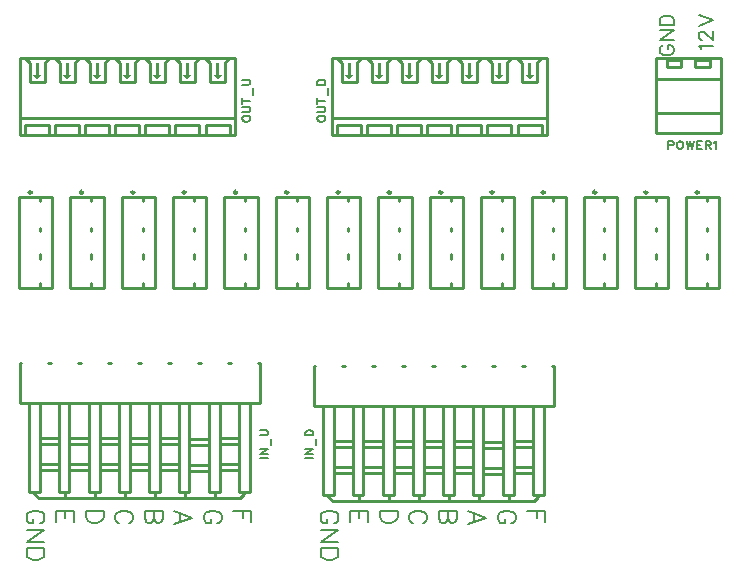
<source format=gto>
G04 Layer: TopSilkscreenLayer*
G04 EasyEDA Pro v2.2.35.2, 2025-01-23 15:21:27*
G04 Gerber Generator version 0.3*
G04 Scale: 100 percent, Rotated: No, Reflected: No*
G04 Dimensions in millimeters*
G04 Leading zeros omitted, absolute positions, 4 integers and 5 decimals*
%FSLAX45Y45*%
%MOMM*%
%ADD10C,0.1524*%
%ADD11C,0.203*%
%ADD12C,0.254*%
G75*


G04 Text Start*
G54D10*
G01X2013966Y-75438D02*
G01X2017014Y-81534D01*
G01X2023110Y-87884D01*
G01X2029460Y-90932D01*
G01X2038604Y-93980D01*
G01X2054098Y-93980D01*
G01X2063496Y-90932D01*
G01X2069592Y-87884D01*
G01X2075942Y-81534D01*
G01X2078990Y-75438D01*
G01X2078990Y-62992D01*
G01X2075942Y-56896D01*
G01X2069592Y-50546D01*
G01X2063496Y-47498D01*
G01X2054098Y-44450D01*
G01X2038604Y-44450D01*
G01X2029460Y-47498D01*
G01X2023110Y-50546D01*
G01X2017014Y-56896D01*
G01X2013966Y-62992D01*
G01X2013966Y-75438D01*
G01X2013966Y-14224D02*
G01X2060448Y-14224D01*
G01X2069592Y-11176D01*
G01X2075942Y-5080D01*
G01X2078990Y4318D01*
G01X2078990Y10414D01*
G01X2075942Y19812D01*
G01X2069592Y25908D01*
G01X2060448Y28956D01*
G01X2013966Y28956D01*
G01X2013966Y80772D02*
G01X2078990Y80772D01*
G01X2013966Y59182D02*
G01X2013966Y102362D01*
G01X2100580Y132588D02*
G01X2100580Y188214D01*
G01X2013966Y218440D02*
G01X2060448Y218440D01*
G01X2069592Y221488D01*
G01X2075942Y227584D01*
G01X2078990Y236982D01*
G01X2078990Y243078D01*
G01X2075942Y252476D01*
G01X2069592Y258572D01*
G01X2060448Y261620D01*
G01X2013966Y261620D01*
G01X2648966Y-75438D02*
G01X2652014Y-81534D01*
G01X2658110Y-87884D01*
G01X2664460Y-90932D01*
G01X2673604Y-93980D01*
G01X2689098Y-93980D01*
G01X2698496Y-90932D01*
G01X2704592Y-87884D01*
G01X2710942Y-81534D01*
G01X2713990Y-75438D01*
G01X2713990Y-62992D01*
G01X2710942Y-56896D01*
G01X2704592Y-50546D01*
G01X2698496Y-47498D01*
G01X2689098Y-44450D01*
G01X2673604Y-44450D01*
G01X2664460Y-47498D01*
G01X2658110Y-50546D01*
G01X2652014Y-56896D01*
G01X2648966Y-62992D01*
G01X2648966Y-75438D01*
G01X2648966Y-14224D02*
G01X2695448Y-14224D01*
G01X2704592Y-11176D01*
G01X2710942Y-5080D01*
G01X2713990Y4318D01*
G01X2713990Y10414D01*
G01X2710942Y19812D01*
G01X2704592Y25908D01*
G01X2695448Y28956D01*
G01X2648966Y28956D01*
G01X2648966Y80772D02*
G01X2713990Y80772D01*
G01X2648966Y59182D02*
G01X2648966Y102362D01*
G01X2735580Y132588D02*
G01X2735580Y188214D01*
G01X2648966Y218440D02*
G01X2713990Y218440D01*
G01X2648966Y218440D02*
G01X2648966Y240030D01*
G01X2652014Y249174D01*
G01X2658110Y255524D01*
G01X2664460Y258572D01*
G01X2673604Y261620D01*
G01X2689098Y261620D01*
G01X2698496Y258572D01*
G01X2704592Y255524D01*
G01X2710942Y249174D01*
G01X2713990Y240030D01*
G01X2713990Y218440D01*
G01X2166366Y-2938780D02*
G01X2231390Y-2938780D01*
G01X2166366Y-2908554D02*
G01X2231390Y-2908554D01*
G01X2166366Y-2908554D02*
G01X2231390Y-2865374D01*
G01X2166366Y-2865374D02*
G01X2231390Y-2865374D01*
G01X2252980Y-2835148D02*
G01X2252980Y-2779522D01*
G01X2166366Y-2749296D02*
G01X2212848Y-2749296D01*
G01X2221992Y-2746248D01*
G01X2228342Y-2740152D01*
G01X2231390Y-2730754D01*
G01X2231390Y-2724658D01*
G01X2228342Y-2715260D01*
G01X2221992Y-2709164D01*
G01X2212848Y-2706116D01*
G01X2166366Y-2706116D01*
G01X2547366Y-2938780D02*
G01X2612390Y-2938780D01*
G01X2547366Y-2908554D02*
G01X2612390Y-2908554D01*
G01X2547366Y-2908554D02*
G01X2612390Y-2865374D01*
G01X2547366Y-2865374D02*
G01X2612390Y-2865374D01*
G01X2633980Y-2835148D02*
G01X2633980Y-2779522D01*
G01X2547366Y-2749296D02*
G01X2612390Y-2749296D01*
G01X2547366Y-2749296D02*
G01X2547366Y-2727706D01*
G01X2550414Y-2718562D01*
G01X2556510Y-2712212D01*
G01X2562860Y-2709164D01*
G01X2572004Y-2706116D01*
G01X2587498Y-2706116D01*
G01X2596896Y-2709164D01*
G01X2602992Y-2712212D01*
G01X2609342Y-2718562D01*
G01X2612390Y-2727706D01*
G01X2612390Y-2749296D01*
G01X5621020Y-261366D02*
G01X5621020Y-326390D01*
G01X5621020Y-261366D02*
G01X5648960Y-261366D01*
G01X5658104Y-264414D01*
G01X5661152Y-267462D01*
G01X5664454Y-273812D01*
G01X5664454Y-282956D01*
G01X5661152Y-289052D01*
G01X5658104Y-292354D01*
G01X5648960Y-295402D01*
G01X5621020Y-295402D01*
G01X5713222Y-261366D02*
G01X5706872Y-264414D01*
G01X5700776Y-270510D01*
G01X5697728Y-276860D01*
G01X5694680Y-286004D01*
G01X5694680Y-301498D01*
G01X5697728Y-310896D01*
G01X5700776Y-316992D01*
G01X5706872Y-323342D01*
G01X5713222Y-326390D01*
G01X5725414Y-326390D01*
G01X5731764Y-323342D01*
G01X5737860Y-316992D01*
G01X5740908Y-310896D01*
G01X5744210Y-301498D01*
G01X5744210Y-286004D01*
G01X5740908Y-276860D01*
G01X5737860Y-270510D01*
G01X5731764Y-264414D01*
G01X5725414Y-261366D01*
G01X5713222Y-261366D01*
G01X5774436Y-261366D02*
G01X5789676Y-326390D01*
G01X5805170Y-261366D02*
G01X5789676Y-326390D01*
G01X5805170Y-261366D02*
G01X5820664Y-326390D01*
G01X5836158Y-261366D02*
G01X5820664Y-326390D01*
G01X5866384Y-261366D02*
G01X5866384Y-326390D01*
G01X5866384Y-261366D02*
G01X5906516Y-261366D01*
G01X5866384Y-292354D02*
G01X5891022Y-292354D01*
G01X5866384Y-326390D02*
G01X5906516Y-326390D01*
G01X5936742Y-261366D02*
G01X5936742Y-326390D01*
G01X5936742Y-261366D02*
G01X5964428Y-261366D01*
G01X5973826Y-264414D01*
G01X5976874Y-267462D01*
G01X5979922Y-273812D01*
G01X5979922Y-279908D01*
G01X5976874Y-286004D01*
G01X5973826Y-289052D01*
G01X5964428Y-292354D01*
G01X5936742Y-292354D01*
G01X5958332Y-292354D02*
G01X5979922Y-326390D01*
G01X6010148Y-273812D02*
G01X6016244Y-270510D01*
G01X6025388Y-261366D01*
G01X6025388Y-326390D01*
G54D11*
G01X2088074Y-3388360D02*
G01X1937452Y-3388360D01*
G01X2088074Y-3388360D02*
G01X2088074Y-3481578D01*
G01X2016446Y-3388360D02*
G01X2016446Y-3445764D01*
G01X1802324Y-3496056D02*
G01X1816548Y-3488944D01*
G01X1831026Y-3474466D01*
G01X1838138Y-3460242D01*
G01X1838138Y-3431540D01*
G01X1831026Y-3417062D01*
G01X1816548Y-3402584D01*
G01X1802324Y-3395472D01*
G01X1780734Y-3388360D01*
G01X1744920Y-3388360D01*
G01X1723330Y-3395472D01*
G01X1708852Y-3402584D01*
G01X1694628Y-3417062D01*
G01X1687516Y-3431540D01*
G01X1687516Y-3460242D01*
G01X1694628Y-3474466D01*
G01X1708852Y-3488944D01*
G01X1723330Y-3496056D01*
G01X1744920Y-3496056D01*
G01X1744920Y-3460242D02*
G01X1744920Y-3496056D01*
G01X1588202Y-3445764D02*
G01X1437326Y-3388360D01*
G01X1588202Y-3445764D02*
G01X1437326Y-3503168D01*
G01X1487618Y-3409950D02*
G01X1487618Y-3481578D01*
G01X1338012Y-3388360D02*
G01X1187390Y-3388360D01*
G01X1338012Y-3388360D02*
G01X1338012Y-3452876D01*
G01X1330900Y-3474466D01*
G01X1323788Y-3481578D01*
G01X1309310Y-3488944D01*
G01X1295086Y-3488944D01*
G01X1280608Y-3481578D01*
G01X1273496Y-3474466D01*
G01X1266384Y-3452876D01*
G01X1266384Y-3388360D02*
G01X1266384Y-3452876D01*
G01X1259272Y-3474466D01*
G01X1251906Y-3481578D01*
G01X1237682Y-3488944D01*
G01X1216092Y-3488944D01*
G01X1201868Y-3481578D01*
G01X1194502Y-3474466D01*
G01X1187390Y-3452876D01*
G01X1187390Y-3388360D01*
G01X1052262Y-3496056D02*
G01X1066486Y-3488944D01*
G01X1080964Y-3474466D01*
G01X1088076Y-3460242D01*
G01X1088076Y-3431540D01*
G01X1080964Y-3417062D01*
G01X1066486Y-3402584D01*
G01X1052262Y-3395472D01*
G01X1030672Y-3388360D01*
G01X994858Y-3388360D01*
G01X973268Y-3395472D01*
G01X959044Y-3402584D01*
G01X944566Y-3417062D01*
G01X937454Y-3431540D01*
G01X937454Y-3460242D01*
G01X944566Y-3474466D01*
G01X959044Y-3488944D01*
G01X973268Y-3496056D01*
G01X838140Y-3388360D02*
G01X687518Y-3388360D01*
G01X838140Y-3388360D02*
G01X838140Y-3438652D01*
G01X831028Y-3460242D01*
G01X816550Y-3474466D01*
G01X802326Y-3481578D01*
G01X780736Y-3488944D01*
G01X744922Y-3488944D01*
G01X723332Y-3481578D01*
G01X708854Y-3474466D01*
G01X694630Y-3460242D01*
G01X687518Y-3438652D01*
G01X687518Y-3388360D01*
G01X588204Y-3388360D02*
G01X437328Y-3388360D01*
G01X588204Y-3388360D02*
G01X588204Y-3481578D01*
G01X516322Y-3388360D02*
G01X516322Y-3445764D01*
G01X437328Y-3388360D02*
G01X437328Y-3481578D01*
G01X302200Y-3496056D02*
G01X316678Y-3488944D01*
G01X330902Y-3474466D01*
G01X338014Y-3460242D01*
G01X338014Y-3431540D01*
G01X330902Y-3417062D01*
G01X316678Y-3402584D01*
G01X302200Y-3395472D01*
G01X280610Y-3388360D01*
G01X244796Y-3388360D01*
G01X223206Y-3395472D01*
G01X208982Y-3402584D01*
G01X194504Y-3417062D01*
G01X187392Y-3431540D01*
G01X187392Y-3460242D01*
G01X194504Y-3474466D01*
G01X208982Y-3488944D01*
G01X223206Y-3496056D01*
G01X244796Y-3496056D01*
G01X244796Y-3460242D02*
G01X244796Y-3496056D01*
G01X338014Y-3550920D02*
G01X187392Y-3550920D01*
G01X338014Y-3550920D02*
G01X187392Y-3651250D01*
G01X338014Y-3651250D02*
G01X187392Y-3651250D01*
G01X338014Y-3706114D02*
G01X187392Y-3706114D01*
G01X338014Y-3706114D02*
G01X338014Y-3756152D01*
G01X330902Y-3777742D01*
G01X316678Y-3792220D01*
G01X302200Y-3799332D01*
G01X280610Y-3806444D01*
G01X244796Y-3806444D01*
G01X223206Y-3799332D01*
G01X208982Y-3792220D01*
G01X194504Y-3777742D01*
G01X187392Y-3756152D01*
G01X187392Y-3706114D01*
G01X4577274Y-3388360D02*
G01X4426652Y-3388360D01*
G01X4577274Y-3388360D02*
G01X4577274Y-3481578D01*
G01X4505646Y-3388360D02*
G01X4505646Y-3445764D01*
G01X4291524Y-3496056D02*
G01X4305748Y-3488944D01*
G01X4320226Y-3474466D01*
G01X4327338Y-3460242D01*
G01X4327338Y-3431540D01*
G01X4320226Y-3417062D01*
G01X4305748Y-3402584D01*
G01X4291524Y-3395472D01*
G01X4269934Y-3388360D01*
G01X4234120Y-3388360D01*
G01X4212530Y-3395472D01*
G01X4198052Y-3402584D01*
G01X4183828Y-3417062D01*
G01X4176716Y-3431540D01*
G01X4176716Y-3460242D01*
G01X4183828Y-3474466D01*
G01X4198052Y-3488944D01*
G01X4212530Y-3496056D01*
G01X4234120Y-3496056D01*
G01X4234120Y-3460242D02*
G01X4234120Y-3496056D01*
G01X4077402Y-3445764D02*
G01X3926526Y-3388360D01*
G01X4077402Y-3445764D02*
G01X3926526Y-3503168D01*
G01X3976818Y-3409950D02*
G01X3976818Y-3481578D01*
G01X3827212Y-3388360D02*
G01X3676590Y-3388360D01*
G01X3827212Y-3388360D02*
G01X3827212Y-3452876D01*
G01X3820100Y-3474466D01*
G01X3812988Y-3481578D01*
G01X3798510Y-3488944D01*
G01X3784286Y-3488944D01*
G01X3769808Y-3481578D01*
G01X3762696Y-3474466D01*
G01X3755584Y-3452876D01*
G01X3755584Y-3388360D02*
G01X3755584Y-3452876D01*
G01X3748472Y-3474466D01*
G01X3741106Y-3481578D01*
G01X3726882Y-3488944D01*
G01X3705292Y-3488944D01*
G01X3691068Y-3481578D01*
G01X3683702Y-3474466D01*
G01X3676590Y-3452876D01*
G01X3676590Y-3388360D01*
G01X3541462Y-3496056D02*
G01X3555686Y-3488944D01*
G01X3570164Y-3474466D01*
G01X3577276Y-3460242D01*
G01X3577276Y-3431540D01*
G01X3570164Y-3417062D01*
G01X3555686Y-3402584D01*
G01X3541462Y-3395472D01*
G01X3519872Y-3388360D01*
G01X3484058Y-3388360D01*
G01X3462468Y-3395472D01*
G01X3448244Y-3402584D01*
G01X3433766Y-3417062D01*
G01X3426654Y-3431540D01*
G01X3426654Y-3460242D01*
G01X3433766Y-3474466D01*
G01X3448244Y-3488944D01*
G01X3462468Y-3496056D01*
G01X3327340Y-3388360D02*
G01X3176718Y-3388360D01*
G01X3327340Y-3388360D02*
G01X3327340Y-3438652D01*
G01X3320228Y-3460242D01*
G01X3305750Y-3474466D01*
G01X3291526Y-3481578D01*
G01X3269936Y-3488944D01*
G01X3234122Y-3488944D01*
G01X3212532Y-3481578D01*
G01X3198054Y-3474466D01*
G01X3183830Y-3460242D01*
G01X3176718Y-3438652D01*
G01X3176718Y-3388360D01*
G01X3077404Y-3388360D02*
G01X2926528Y-3388360D01*
G01X3077404Y-3388360D02*
G01X3077404Y-3481578D01*
G01X3005522Y-3388360D02*
G01X3005522Y-3445764D01*
G01X2926528Y-3388360D02*
G01X2926528Y-3481578D01*
G01X2791400Y-3496056D02*
G01X2805878Y-3488944D01*
G01X2820102Y-3474466D01*
G01X2827214Y-3460242D01*
G01X2827214Y-3431540D01*
G01X2820102Y-3417062D01*
G01X2805878Y-3402584D01*
G01X2791400Y-3395472D01*
G01X2769810Y-3388360D01*
G01X2733996Y-3388360D01*
G01X2712406Y-3395472D01*
G01X2698182Y-3402584D01*
G01X2683704Y-3417062D01*
G01X2676592Y-3431540D01*
G01X2676592Y-3460242D01*
G01X2683704Y-3474466D01*
G01X2698182Y-3488944D01*
G01X2712406Y-3496056D01*
G01X2733996Y-3496056D01*
G01X2733996Y-3460242D02*
G01X2733996Y-3496056D01*
G01X2827214Y-3550920D02*
G01X2676592Y-3550920D01*
G01X2827214Y-3550920D02*
G01X2676592Y-3651250D01*
G01X2827214Y-3651250D02*
G01X2676592Y-3651250D01*
G01X2827214Y-3706114D02*
G01X2676592Y-3706114D01*
G01X2827214Y-3706114D02*
G01X2827214Y-3756152D01*
G01X2820102Y-3777742D01*
G01X2805878Y-3792220D01*
G01X2791400Y-3799332D01*
G01X2769810Y-3806444D01*
G01X2733996Y-3806444D01*
G01X2712406Y-3799332D01*
G01X2698182Y-3792220D01*
G01X2683704Y-3777742D01*
G01X2676592Y-3756152D01*
G01X2676592Y-3706114D01*
G01X5575808Y551688D02*
G01X5564378Y545846D01*
G01X5553202Y534670D01*
G01X5547614Y523494D01*
G01X5547614Y501142D01*
G01X5553202Y489712D01*
G01X5564378Y478536D01*
G01X5575808Y472948D01*
G01X5592572Y467360D01*
G01X5620512Y467360D01*
G01X5637530Y472948D01*
G01X5648706Y478536D01*
G01X5659882Y489712D01*
G01X5665470Y501142D01*
G01X5665470Y523494D01*
G01X5659882Y534670D01*
G01X5648706Y545846D01*
G01X5637530Y551688D01*
G01X5620512Y551688D01*
G01X5620512Y523494D02*
G01X5620512Y551688D01*
G01X5547614Y598932D02*
G01X5665470Y598932D01*
G01X5547614Y598932D02*
G01X5665470Y677672D01*
G01X5547614Y677672D02*
G01X5665470Y677672D01*
G01X5547614Y724916D02*
G01X5665470Y724916D01*
G01X5547614Y724916D02*
G01X5547614Y764286D01*
G01X5553202Y781050D01*
G01X5564378Y792226D01*
G01X5575808Y797814D01*
G01X5592572Y803656D01*
G01X5620512Y803656D01*
G01X5637530Y797814D01*
G01X5648706Y792226D01*
G01X5659882Y781050D01*
G01X5665470Y764286D01*
G01X5665470Y724916D01*
G01X5900166Y518160D02*
G01X5894578Y529336D01*
G01X5877814Y546354D01*
G01X5995670Y546354D01*
G01X5906008Y599186D02*
G01X5900166Y599186D01*
G01X5888990Y604774D01*
G01X5883402Y610362D01*
G01X5877814Y621792D01*
G01X5877814Y644144D01*
G01X5883402Y655320D01*
G01X5888990Y660908D01*
G01X5900166Y666496D01*
G01X5911596Y666496D01*
G01X5922772Y660908D01*
G01X5939536Y649732D01*
G01X5995670Y593598D01*
G01X5995670Y672338D01*
G01X5877814Y719582D02*
G01X5995670Y764540D01*
G01X5877814Y809498D02*
G01X5995670Y764540D01*
G04 Text End*

G04 PolygonModel Start*
G54D12*
G01X2038407Y-1456797D02*
G01X2038407Y-1501600D01*
G01X2038407Y-1215497D02*
G01X2038407Y-1258463D01*
G01X2038407Y-991489D02*
G01X2038407Y-1017163D01*
G01X2038407Y-739600D02*
G01X2038407Y-763651D01*
G01X1604006Y-1456797D02*
G01X1604006Y-1501600D01*
G01X1604006Y-1215497D02*
G01X1604006Y-1258463D01*
G01X1604006Y-991489D02*
G01X1604006Y-1017163D01*
G01X1604006Y-739600D02*
G01X1604006Y-763651D01*
G01X1169605Y-1456797D02*
G01X1169605Y-1501600D01*
G01X1169605Y-1215497D02*
G01X1169605Y-1258463D01*
G01X1169605Y-991489D02*
G01X1169605Y-1017163D01*
G01X1169605Y-739600D02*
G01X1169605Y-763651D01*
G01X735205Y-1456797D02*
G01X735205Y-1501600D01*
G01X735205Y-1215497D02*
G01X735205Y-1258463D01*
G01X735205Y-991489D02*
G01X735205Y-1017163D01*
G01X735205Y-739600D02*
G01X735205Y-763651D01*
G01X300804Y-1456797D02*
G01X300804Y-1501600D01*
G01X300804Y-1215497D02*
G01X300804Y-1258463D01*
G01X300804Y-991489D02*
G01X300804Y-1017163D01*
G01X300804Y-739600D02*
G01X300804Y-763651D01*
G01X2907209Y-1456797D02*
G01X2907209Y-1501600D01*
G01X2907209Y-1215497D02*
G01X2907209Y-1258463D01*
G01X2907209Y-991489D02*
G01X2907209Y-1017163D01*
G01X2907209Y-739600D02*
G01X2907209Y-763651D01*
G01X2472808Y-1456797D02*
G01X2472808Y-1501600D01*
G01X2472808Y-1215497D02*
G01X2472808Y-1258463D01*
G01X2472808Y-991489D02*
G01X2472808Y-1017163D01*
G01X2472808Y-739600D02*
G01X2472808Y-763651D01*
G01X5079214Y-1456797D02*
G01X5079214Y-1501600D01*
G01X5079214Y-1215497D02*
G01X5079214Y-1258463D01*
G01X5079214Y-991489D02*
G01X5079214Y-1017163D01*
G01X5079214Y-739600D02*
G01X5079214Y-763651D01*
G01X4644813Y-1456797D02*
G01X4644813Y-1501600D01*
G01X4644813Y-1215497D02*
G01X4644813Y-1258463D01*
G01X4644813Y-991489D02*
G01X4644813Y-1017163D01*
G01X4644813Y-739600D02*
G01X4644813Y-763651D01*
G01X4210412Y-1456797D02*
G01X4210412Y-1501600D01*
G01X4210412Y-1215497D02*
G01X4210412Y-1258463D01*
G01X4210412Y-991489D02*
G01X4210412Y-1017163D01*
G01X4210412Y-739600D02*
G01X4210412Y-763651D01*
G01X3776011Y-1456797D02*
G01X3776011Y-1501600D01*
G01X3776011Y-1215497D02*
G01X3776011Y-1258463D01*
G01X3776011Y-991489D02*
G01X3776011Y-1017163D01*
G01X3776011Y-739600D02*
G01X3776011Y-763651D01*
G01X3341610Y-1456797D02*
G01X3341610Y-1501600D01*
G01X3341610Y-1215497D02*
G01X3341610Y-1258463D01*
G01X3341610Y-991489D02*
G01X3341610Y-1017163D01*
G01X3341610Y-739600D02*
G01X3341610Y-763651D01*
G01X5948016Y-1456797D02*
G01X5948016Y-1501600D01*
G01X5948016Y-1215497D02*
G01X5948016Y-1258463D01*
G01X5948016Y-991489D02*
G01X5948016Y-1017163D01*
G01X5948016Y-739600D02*
G01X5948016Y-763651D01*
G01X5513615Y-1456797D02*
G01X5513615Y-1501600D01*
G01X5513615Y-1215497D02*
G01X5513615Y-1258463D01*
G01X5513615Y-991489D02*
G01X5513615Y-1017163D01*
G01X5513615Y-739600D02*
G01X5513615Y-763651D01*
G01X127401Y-208397D02*
G01X127401Y441597D01*
G01X127401Y441597D02*
G01X1955404Y441597D01*
G01X1955404Y-61150D02*
G01X127401Y-61150D01*
G01X127401Y-208397D02*
G01X1955404Y-208397D01*
G01X377261Y441597D02*
G01X341958Y406547D01*
G01X341958Y406547D02*
G01X341958Y241447D01*
G01X341958Y241447D02*
G01X214958Y241447D01*
G01X214958Y241447D02*
G01X214958Y406547D01*
G01X214958Y406547D02*
G01X176350Y441597D01*
G01X628439Y441597D02*
G01X593136Y406547D01*
G01X593136Y406547D02*
G01X593136Y241447D01*
G01X593136Y241447D02*
G01X466136Y241447D01*
G01X466136Y241447D02*
G01X466136Y406547D01*
G01X466136Y406547D02*
G01X427528Y441597D01*
G01X883288Y441597D02*
G01X847979Y406547D01*
G01X847979Y406547D02*
G01X847979Y241447D01*
G01X847979Y241447D02*
G01X720979Y241447D01*
G01X720979Y241447D02*
G01X720979Y406547D01*
G01X720979Y406547D02*
G01X682371Y441597D01*
G01X1138560Y441597D02*
G01X1103252Y406547D01*
G01X1103252Y406547D02*
G01X1103252Y241447D01*
G01X1103252Y241447D02*
G01X976252Y241447D01*
G01X976252Y241447D02*
G01X976252Y406547D01*
G01X976252Y406547D02*
G01X937641Y441597D01*
G01X1392560Y441597D02*
G01X1357252Y406547D01*
G01X1357252Y406547D02*
G01X1357252Y241447D01*
G01X1357252Y241447D02*
G01X1230252Y241447D01*
G01X1230252Y241447D02*
G01X1230252Y406547D01*
G01X1230252Y406547D02*
G01X1191641Y441597D01*
G01X1647553Y441597D02*
G01X1612242Y406547D01*
G01X1612242Y406547D02*
G01X1612242Y241447D01*
G01X1612242Y241447D02*
G01X1485242Y241447D01*
G01X1485242Y241447D02*
G01X1485242Y406547D01*
G01X1485242Y406547D02*
G01X1446634Y441597D01*
G01X1902097Y441597D02*
G01X1866900Y406397D01*
G01X1866900Y406397D02*
G01X1866900Y241297D01*
G01X1866900Y241297D02*
G01X1739900Y241297D01*
G01X1739900Y241297D02*
G01X1739900Y406397D01*
G01X1739900Y406397D02*
G01X1701416Y441597D01*
G01X1955404Y-208397D02*
G01X1955404Y441597D01*
G01X634721Y-208397D02*
G01X634721Y-122400D01*
G01X634721Y-122400D02*
G01X431328Y-122400D01*
G01X431328Y-122400D02*
G01X431328Y-208397D01*
G01X380721Y-208397D02*
G01X380721Y-122400D01*
G01X380721Y-122400D02*
G01X177328Y-122400D01*
G01X177328Y-122400D02*
G01X177328Y-208397D01*
G01X888721Y-208397D02*
G01X888721Y-122400D01*
G01X888721Y-122400D02*
G01X685328Y-122400D01*
G01X685328Y-122400D02*
G01X685328Y-208397D01*
G01X1142721Y-208397D02*
G01X1142721Y-122400D01*
G01X1142721Y-122400D02*
G01X939328Y-122400D01*
G01X939328Y-122400D02*
G01X939328Y-208397D01*
G01X1396721Y-208397D02*
G01X1396721Y-122400D01*
G01X1396721Y-122400D02*
G01X1193328Y-122400D01*
G01X1193328Y-122400D02*
G01X1193328Y-208397D01*
G01X1650746Y-208504D02*
G01X1650746Y-122400D01*
G01X1650746Y-122400D02*
G01X1447292Y-122400D01*
G01X1447292Y-122400D02*
G01X1447292Y-208504D01*
G01X1905193Y-208397D02*
G01X1905193Y-122400D01*
G01X1905193Y-122400D02*
G01X1701800Y-122400D01*
G01X1701800Y-122400D02*
G01X1701800Y-208397D01*
G36*
G01X278458Y266819D02*
G01X316558Y304919D01*
G01X291158Y304919D01*
G01X291158Y406519D01*
G01X265758Y406519D01*
G01X265758Y304919D01*
G01X240358Y304919D01*
G01X278458Y266819D01*
G37*
G36*
G01X529636Y266819D02*
G01X567736Y304919D01*
G01X542336Y304919D01*
G01X542336Y406519D01*
G01X516936Y406519D01*
G01X516936Y304919D01*
G01X491536Y304919D01*
G01X529636Y266819D01*
G37*
G36*
G01X784482Y266819D02*
G01X822582Y304919D01*
G01X797182Y304919D01*
G01X797182Y406519D01*
G01X771782Y406519D01*
G01X771782Y304919D01*
G01X746382Y304919D01*
G01X784482Y266819D01*
G37*
G36*
G01X1039752Y266819D02*
G01X1077852Y304919D01*
G01X1052452Y304919D01*
G01X1052452Y406519D01*
G01X1027052Y406519D01*
G01X1027052Y304919D01*
G01X1001652Y304919D01*
G01X1039752Y266819D01*
G37*
G36*
G01X1293752Y266819D02*
G01X1331852Y304919D01*
G01X1306452Y304919D01*
G01X1306452Y406519D01*
G01X1281052Y406519D01*
G01X1281052Y304919D01*
G01X1255652Y304919D01*
G01X1293752Y266819D01*
G37*
G36*
G01X1548745Y266819D02*
G01X1586845Y304919D01*
G01X1561445Y304919D01*
G01X1561445Y406519D01*
G01X1536045Y406519D01*
G01X1536045Y304919D01*
G01X1510645Y304919D01*
G01X1548745Y266819D01*
G37*
G36*
G01X1803400Y266700D02*
G01X1841500Y304800D01*
G01X1816100Y304800D01*
G01X1816100Y406400D01*
G01X1790700Y406400D01*
G01X1790700Y304800D01*
G01X1765300Y304800D01*
G01X1803400Y266700D01*
G37*
G01X2769001Y-208397D02*
G01X2769001Y441597D01*
G01X2769001Y441597D02*
G01X4597004Y441597D01*
G01X4597004Y-61150D02*
G01X2769001Y-61150D01*
G01X2769001Y-208397D02*
G01X4597004Y-208397D01*
G01X3018861Y441597D02*
G01X2983558Y406547D01*
G01X2983558Y406547D02*
G01X2983558Y241447D01*
G01X2983558Y241447D02*
G01X2856558Y241447D01*
G01X2856558Y241447D02*
G01X2856558Y406547D01*
G01X2856558Y406547D02*
G01X2817950Y441597D01*
G01X3270039Y441597D02*
G01X3234736Y406547D01*
G01X3234736Y406547D02*
G01X3234736Y241447D01*
G01X3234736Y241447D02*
G01X3107736Y241447D01*
G01X3107736Y241447D02*
G01X3107736Y406547D01*
G01X3107736Y406547D02*
G01X3069128Y441597D01*
G01X3524888Y441597D02*
G01X3489579Y406547D01*
G01X3489579Y406547D02*
G01X3489579Y241447D01*
G01X3489579Y241447D02*
G01X3362579Y241447D01*
G01X3362579Y241447D02*
G01X3362579Y406547D01*
G01X3362579Y406547D02*
G01X3323971Y441597D01*
G01X3780160Y441597D02*
G01X3744852Y406547D01*
G01X3744852Y406547D02*
G01X3744852Y241447D01*
G01X3744852Y241447D02*
G01X3617852Y241447D01*
G01X3617852Y241447D02*
G01X3617852Y406547D01*
G01X3617852Y406547D02*
G01X3579241Y441597D01*
G01X4034160Y441597D02*
G01X3998852Y406547D01*
G01X3998852Y406547D02*
G01X3998852Y241447D01*
G01X3998852Y241447D02*
G01X3871852Y241447D01*
G01X3871852Y241447D02*
G01X3871852Y406547D01*
G01X3871852Y406547D02*
G01X3833241Y441597D01*
G01X4289153Y441597D02*
G01X4253842Y406547D01*
G01X4253842Y406547D02*
G01X4253842Y241447D01*
G01X4253842Y241447D02*
G01X4126842Y241447D01*
G01X4126842Y241447D02*
G01X4126842Y406547D01*
G01X4126842Y406547D02*
G01X4088234Y441597D01*
G01X4543697Y441597D02*
G01X4508500Y406397D01*
G01X4508500Y406397D02*
G01X4508500Y241297D01*
G01X4508500Y241297D02*
G01X4381500Y241297D01*
G01X4381500Y241297D02*
G01X4381500Y406397D01*
G01X4381500Y406397D02*
G01X4343016Y441597D01*
G01X4597004Y-208397D02*
G01X4597004Y441597D01*
G01X3276321Y-208397D02*
G01X3276321Y-122400D01*
G01X3276321Y-122400D02*
G01X3072928Y-122400D01*
G01X3072928Y-122400D02*
G01X3072928Y-208397D01*
G01X3022321Y-208397D02*
G01X3022321Y-122400D01*
G01X3022321Y-122400D02*
G01X2818928Y-122400D01*
G01X2818928Y-122400D02*
G01X2818928Y-208397D01*
G01X3530321Y-208397D02*
G01X3530321Y-122400D01*
G01X3530321Y-122400D02*
G01X3326928Y-122400D01*
G01X3326928Y-122400D02*
G01X3326928Y-208397D01*
G01X3784321Y-208397D02*
G01X3784321Y-122400D01*
G01X3784321Y-122400D02*
G01X3580928Y-122400D01*
G01X3580928Y-122400D02*
G01X3580928Y-208397D01*
G01X4038321Y-208397D02*
G01X4038321Y-122400D01*
G01X4038321Y-122400D02*
G01X3834928Y-122400D01*
G01X3834928Y-122400D02*
G01X3834928Y-208397D01*
G01X4292346Y-208504D02*
G01X4292346Y-122400D01*
G01X4292346Y-122400D02*
G01X4088892Y-122400D01*
G01X4088892Y-122400D02*
G01X4088892Y-208504D01*
G01X4546793Y-208397D02*
G01X4546793Y-122400D01*
G01X4546793Y-122400D02*
G01X4343400Y-122400D01*
G01X4343400Y-122400D02*
G01X4343400Y-208397D01*
G36*
G01X2920058Y266819D02*
G01X2958158Y304919D01*
G01X2932758Y304919D01*
G01X2932758Y406519D01*
G01X2907358Y406519D01*
G01X2907358Y304919D01*
G01X2881958Y304919D01*
G01X2920058Y266819D01*
G37*
G36*
G01X3171236Y266819D02*
G01X3209336Y304919D01*
G01X3183936Y304919D01*
G01X3183936Y406519D01*
G01X3158536Y406519D01*
G01X3158536Y304919D01*
G01X3133136Y304919D01*
G01X3171236Y266819D01*
G37*
G36*
G01X3426082Y266819D02*
G01X3464182Y304919D01*
G01X3438782Y304919D01*
G01X3438782Y406519D01*
G01X3413382Y406519D01*
G01X3413382Y304919D01*
G01X3387982Y304919D01*
G01X3426082Y266819D01*
G37*
G36*
G01X3681352Y266819D02*
G01X3719452Y304919D01*
G01X3694052Y304919D01*
G01X3694052Y406519D01*
G01X3668652Y406519D01*
G01X3668652Y304919D01*
G01X3643252Y304919D01*
G01X3681352Y266819D01*
G37*
G36*
G01X3935352Y266819D02*
G01X3973452Y304919D01*
G01X3948052Y304919D01*
G01X3948052Y406519D01*
G01X3922652Y406519D01*
G01X3922652Y304919D01*
G01X3897252Y304919D01*
G01X3935352Y266819D01*
G37*
G36*
G01X4190345Y266819D02*
G01X4228445Y304919D01*
G01X4203045Y304919D01*
G01X4203045Y406519D01*
G01X4177645Y406519D01*
G01X4177645Y304919D01*
G01X4152245Y304919D01*
G01X4190345Y266819D01*
G37*
G36*
G01X4445000Y266700D02*
G01X4483100Y304800D01*
G01X4457700Y304800D01*
G01X4457700Y406400D01*
G01X4432300Y406400D01*
G01X4432300Y304800D01*
G01X4406900Y304800D01*
G01X4445000Y266700D01*
G37*
G01X2074990Y-2473597D02*
G01X2074990Y-3233600D01*
G01X293136Y-3283600D02*
G01X1992899Y-3283600D01*
G01X210157Y-2473599D02*
G01X210157Y-3233600D01*
G01X2159000Y-2133600D02*
G01X2159000Y-2473599D01*
G01X2159000Y-2473599D02*
G01X127000Y-2473599D01*
G01X127000Y-2473599D02*
G01X127000Y-2133600D01*
G01X2074990Y-3233600D02*
G01X1986864Y-3233600D01*
G01X1824749Y-3047368D02*
G01X1986133Y-3047368D01*
G01X1824749Y-2996568D02*
G01X1986133Y-2996568D01*
G01X1824749Y-2826022D02*
G01X1986133Y-2826022D01*
G01X1824749Y-2775222D02*
G01X1986133Y-2775222D01*
G01X1986133Y-2473597D02*
G01X1986133Y-3233600D01*
G01X2031116Y-3233600D02*
G01X2031116Y-3244162D01*
G01X2031116Y-3244162D02*
G01X1991683Y-3283600D01*
G01X2145114Y-2133600D02*
G01X2159000Y-2133600D01*
G01X1779288Y-3233600D02*
G01X1779288Y-3283600D01*
G01X1820990Y-2473597D02*
G01X1820990Y-3233600D01*
G01X1732133Y-2473597D02*
G01X1732133Y-3233600D01*
G01X1731805Y-3233600D02*
G01X1819930Y-3233600D01*
G01X1891114Y-2133600D02*
G01X1918886Y-2133600D01*
G01X299014Y-2473599D02*
G01X299014Y-3233600D01*
G01X1566192Y-3051000D02*
G01X1731808Y-3051000D01*
G01X1566192Y-2998384D02*
G01X1731808Y-2998384D01*
G01X1315951Y-3047365D02*
G01X1477335Y-3047365D01*
G01X1315951Y-2996565D02*
G01X1477335Y-2996565D01*
G01X1061951Y-3047365D02*
G01X1227094Y-3047365D01*
G01X1061951Y-2994757D02*
G01X1227094Y-2994757D01*
G01X806072Y-3043738D02*
G01X973094Y-3043738D01*
G01X806072Y-2996565D02*
G01X973094Y-2996565D01*
G01X550192Y-3041922D02*
G01X717215Y-3041922D01*
G01X550192Y-2994757D02*
G01X717215Y-2994757D01*
G01X299014Y-3041922D02*
G01X461335Y-3041922D01*
G01X299014Y-2994757D02*
G01X461335Y-2994757D01*
G01X1566192Y-2829654D02*
G01X1731805Y-2829654D01*
G01X1566192Y-2777038D02*
G01X1731805Y-2777038D01*
G01X1315954Y-2826024D02*
G01X1477335Y-2826024D01*
G01X1315954Y-2775224D02*
G01X1477335Y-2775224D01*
G01X1061954Y-2826024D02*
G01X1227097Y-2826024D01*
G01X1061954Y-2773411D02*
G01X1227097Y-2773411D01*
G01X806072Y-2822395D02*
G01X973097Y-2822395D01*
G01X806072Y-2775224D02*
G01X973097Y-2775224D01*
G01X550192Y-2820581D02*
G01X717215Y-2820581D01*
G01X550192Y-2773411D02*
G01X717215Y-2773411D01*
G01X299014Y-2820581D02*
G01X461335Y-2820581D01*
G01X299014Y-2773411D02*
G01X461335Y-2773411D01*
G01X1526301Y-3233600D02*
G01X1526301Y-3283600D01*
G01X1272301Y-3233600D02*
G01X1272301Y-3283600D01*
G01X1016488Y-3233600D02*
G01X1016488Y-3283600D01*
G01X766115Y-3233600D02*
G01X766115Y-3283600D01*
G01X508488Y-3233600D02*
G01X508488Y-3283600D01*
G01X1566192Y-2473597D02*
G01X1566192Y-3233600D01*
G01X1477335Y-2473597D02*
G01X1477335Y-3233600D01*
G01X1477007Y-3233600D02*
G01X1565133Y-3233600D01*
G01X1315954Y-2473597D02*
G01X1315954Y-3233600D01*
G01X1227097Y-2473597D02*
G01X1227097Y-3233600D01*
G01X1226769Y-3233600D02*
G01X1314895Y-3233600D01*
G01X1061954Y-2473597D02*
G01X1061954Y-3233600D01*
G01X973097Y-2473597D02*
G01X973097Y-3233600D01*
G01X972769Y-3233600D02*
G01X1060895Y-3233600D01*
G01X806072Y-2473597D02*
G01X806072Y-3233600D01*
G01X717215Y-2473597D02*
G01X717215Y-3233600D01*
G01X716887Y-3233600D02*
G01X805012Y-3233600D01*
G01X550192Y-2473597D02*
G01X550192Y-3233600D01*
G01X461335Y-2473597D02*
G01X461335Y-3233600D01*
G01X461007Y-3233600D02*
G01X549133Y-3233600D01*
G01X253700Y-3233600D02*
G01X253700Y-3244164D01*
G01X253700Y-3244164D02*
G01X293136Y-3283600D01*
G01X209829Y-3233600D02*
G01X297955Y-3233600D01*
G01X1637114Y-2133600D02*
G01X1664886Y-2133600D01*
G01X1383114Y-2133600D02*
G01X1410886Y-2133600D01*
G01X1129114Y-2133600D02*
G01X1156886Y-2133600D01*
G01X875114Y-2133600D02*
G01X902886Y-2133600D01*
G01X621114Y-2133600D02*
G01X648886Y-2133600D01*
G01X367114Y-2133600D02*
G01X394886Y-2133600D01*
G01X127000Y-2133600D02*
G01X140886Y-2133600D01*
G01X4564190Y-2498997D02*
G01X4564190Y-3259000D01*
G01X2782336Y-3309000D02*
G01X4482099Y-3309000D01*
G01X2699357Y-2498999D02*
G01X2699357Y-3259000D01*
G01X4648200Y-2159000D02*
G01X4648200Y-2498999D01*
G01X4648200Y-2498999D02*
G01X2616200Y-2498999D01*
G01X2616200Y-2498999D02*
G01X2616200Y-2159000D01*
G01X4564190Y-3259000D02*
G01X4476064Y-3259000D01*
G01X4313949Y-3072768D02*
G01X4475333Y-3072768D01*
G01X4313949Y-3021968D02*
G01X4475333Y-3021968D01*
G01X4313949Y-2851422D02*
G01X4475333Y-2851422D01*
G01X4313949Y-2800622D02*
G01X4475333Y-2800622D01*
G01X4475333Y-2498997D02*
G01X4475333Y-3259000D01*
G01X4520316Y-3259000D02*
G01X4520316Y-3269562D01*
G01X4520316Y-3269562D02*
G01X4480883Y-3309000D01*
G01X4634314Y-2159000D02*
G01X4648200Y-2159000D01*
G01X4268488Y-3259000D02*
G01X4268488Y-3309000D01*
G01X4310190Y-2498997D02*
G01X4310190Y-3259000D01*
G01X4221333Y-2498997D02*
G01X4221333Y-3259000D01*
G01X4221005Y-3259000D02*
G01X4309130Y-3259000D01*
G01X4380314Y-2159000D02*
G01X4408086Y-2159000D01*
G01X2788214Y-2498999D02*
G01X2788214Y-3259000D01*
G01X4055392Y-3076400D02*
G01X4221008Y-3076400D01*
G01X4055392Y-3023784D02*
G01X4221008Y-3023784D01*
G01X3805151Y-3072765D02*
G01X3966535Y-3072765D01*
G01X3805151Y-3021965D02*
G01X3966535Y-3021965D01*
G01X3551151Y-3072765D02*
G01X3716294Y-3072765D01*
G01X3551151Y-3020157D02*
G01X3716294Y-3020157D01*
G01X3295272Y-3069138D02*
G01X3462294Y-3069138D01*
G01X3295272Y-3021965D02*
G01X3462294Y-3021965D01*
G01X3039392Y-3067322D02*
G01X3206415Y-3067322D01*
G01X3039392Y-3020157D02*
G01X3206415Y-3020157D01*
G01X2788214Y-3067322D02*
G01X2950535Y-3067322D01*
G01X2788214Y-3020157D02*
G01X2950535Y-3020157D01*
G01X4055392Y-2855054D02*
G01X4221005Y-2855054D01*
G01X4055392Y-2802438D02*
G01X4221005Y-2802438D01*
G01X3805154Y-2851424D02*
G01X3966535Y-2851424D01*
G01X3805154Y-2800624D02*
G01X3966535Y-2800624D01*
G01X3551154Y-2851424D02*
G01X3716297Y-2851424D01*
G01X3551154Y-2798811D02*
G01X3716297Y-2798811D01*
G01X3295272Y-2847795D02*
G01X3462297Y-2847795D01*
G01X3295272Y-2800624D02*
G01X3462297Y-2800624D01*
G01X3039392Y-2845981D02*
G01X3206415Y-2845981D01*
G01X3039392Y-2798811D02*
G01X3206415Y-2798811D01*
G01X2788214Y-2845981D02*
G01X2950535Y-2845981D01*
G01X2788214Y-2798811D02*
G01X2950535Y-2798811D01*
G01X4015501Y-3259000D02*
G01X4015501Y-3309000D01*
G01X3761501Y-3259000D02*
G01X3761501Y-3309000D01*
G01X3505688Y-3259000D02*
G01X3505688Y-3309000D01*
G01X3255315Y-3259000D02*
G01X3255315Y-3309000D01*
G01X2997688Y-3259000D02*
G01X2997688Y-3309000D01*
G01X4055392Y-2498997D02*
G01X4055392Y-3259000D01*
G01X3966535Y-2498997D02*
G01X3966535Y-3259000D01*
G01X3966207Y-3259000D02*
G01X4054333Y-3259000D01*
G01X3805154Y-2498997D02*
G01X3805154Y-3259000D01*
G01X3716297Y-2498997D02*
G01X3716297Y-3259000D01*
G01X3715969Y-3259000D02*
G01X3804095Y-3259000D01*
G01X3551154Y-2498997D02*
G01X3551154Y-3259000D01*
G01X3462297Y-2498997D02*
G01X3462297Y-3259000D01*
G01X3461969Y-3259000D02*
G01X3550095Y-3259000D01*
G01X3295272Y-2498997D02*
G01X3295272Y-3259000D01*
G01X3206415Y-2498997D02*
G01X3206415Y-3259000D01*
G01X3206087Y-3259000D02*
G01X3294212Y-3259000D01*
G01X3039392Y-2498997D02*
G01X3039392Y-3259000D01*
G01X2950535Y-2498997D02*
G01X2950535Y-3259000D01*
G01X2950207Y-3259000D02*
G01X3038333Y-3259000D01*
G01X2742900Y-3259000D02*
G01X2742900Y-3269564D01*
G01X2742900Y-3269564D02*
G01X2782336Y-3309000D01*
G01X2699029Y-3259000D02*
G01X2787155Y-3259000D01*
G01X4126314Y-2159000D02*
G01X4154086Y-2159000D01*
G01X3872314Y-2159000D02*
G01X3900086Y-2159000D01*
G01X3618314Y-2159000D02*
G01X3646086Y-2159000D01*
G01X3364314Y-2159000D02*
G01X3392086Y-2159000D01*
G01X3110314Y-2159000D02*
G01X3138086Y-2159000D01*
G01X2856314Y-2159000D02*
G01X2884086Y-2159000D01*
G01X2616200Y-2159000D02*
G01X2630086Y-2159000D01*
G01X5513200Y440944D02*
G01X5513200Y-187000D01*
G01X6069200Y440944D02*
G01X6069200Y-187000D01*
G01X6069200Y440944D02*
G01X5513200Y440944D01*
G01X6069200Y-17254D02*
G01X5513200Y-17254D01*
G01X6069200Y266512D02*
G01X5513200Y266512D01*
G01X6069200Y-187000D02*
G01X5513200Y-187000D01*
G01X5607050Y431800D02*
G01X5727700Y431800D01*
G01X5727700Y368300D01*
G01X5607050Y368300D01*
G01X5607050Y431800D01*
G01X5848350Y431800D02*
G01X5969000Y431800D01*
G01X5969000Y368300D01*
G01X5848350Y368300D01*
G01X5848350Y431800D01*

G04 Rect Start*
G01X1861407Y-734601D02*
G01X2143408Y-734601D01*
G01X2143408Y-1502600D01*
G01X1861407Y-1502600D01*
G01X1861407Y-734601D01*
G01X1427006Y-734601D02*
G01X1709007Y-734601D01*
G01X1709007Y-1502600D01*
G01X1427006Y-1502600D01*
G01X1427006Y-734601D01*
G01X992606Y-734601D02*
G01X1274607Y-734601D01*
G01X1274607Y-1502600D01*
G01X992606Y-1502600D01*
G01X992606Y-734601D01*
G01X558205Y-734601D02*
G01X840206Y-734601D01*
G01X840206Y-1502600D01*
G01X558205Y-1502600D01*
G01X558205Y-734601D01*
G01X123804Y-734601D02*
G01X405805Y-734601D01*
G01X405805Y-1502600D01*
G01X123804Y-1502600D01*
G01X123804Y-734601D01*
G01X2730209Y-734601D02*
G01X3012210Y-734601D01*
G01X3012210Y-1502600D01*
G01X2730209Y-1502600D01*
G01X2730209Y-734601D01*
G01X2295808Y-734601D02*
G01X2577809Y-734601D01*
G01X2577809Y-1502600D01*
G01X2295808Y-1502600D01*
G01X2295808Y-734601D01*
G01X4902214Y-734601D02*
G01X5184215Y-734601D01*
G01X5184215Y-1502600D01*
G01X4902214Y-1502600D01*
G01X4902214Y-734601D01*
G01X4467813Y-734601D02*
G01X4749814Y-734601D01*
G01X4749814Y-1502600D01*
G01X4467813Y-1502600D01*
G01X4467813Y-734601D01*
G01X4033412Y-734601D02*
G01X4315413Y-734601D01*
G01X4315413Y-1502600D01*
G01X4033412Y-1502600D01*
G01X4033412Y-734601D01*
G01X3599011Y-734601D02*
G01X3881012Y-734601D01*
G01X3881012Y-1502600D01*
G01X3599011Y-1502600D01*
G01X3599011Y-734601D01*
G01X3164610Y-734601D02*
G01X3446611Y-734601D01*
G01X3446611Y-1502600D01*
G01X3164610Y-1502600D01*
G01X3164610Y-734601D01*
G01X5771016Y-734601D02*
G01X6053017Y-734601D01*
G01X6053017Y-1502600D01*
G01X5771016Y-1502600D01*
G01X5771016Y-734601D01*
G01X5336615Y-734601D02*
G01X5618616Y-734601D01*
G01X5618616Y-1502600D01*
G01X5336615Y-1502600D01*
G01X5336615Y-734601D01*
G04 Rect End*

G04 Circle Start*
G01X1942708Y-692602D02*
G03X1968108Y-692602I12700J0D01*
G03X1942708Y-692602I-12700J0D01*
G01X1508307Y-692602D02*
G03X1533707Y-692602I12700J0D01*
G03X1508307Y-692602I-12700J0D01*
G01X1073906Y-692602D02*
G03X1099306Y-692602I12700J0D01*
G03X1073906Y-692602I-12700J0D01*
G01X639505Y-692602D02*
G03X664905Y-692602I12700J0D01*
G03X639505Y-692602I-12700J0D01*
G01X205104Y-692602D02*
G03X230504Y-692602I12700J0D01*
G03X205104Y-692602I-12700J0D01*
G01X2811509Y-692602D02*
G03X2836909Y-692602I12700J0D01*
G03X2811509Y-692602I-12700J0D01*
G01X2377109Y-692602D02*
G03X2402509Y-692602I12700J0D01*
G03X2377109Y-692602I-12700J0D01*
G01X4983515Y-692602D02*
G03X5008915Y-692602I12700J0D01*
G03X4983515Y-692602I-12700J0D01*
G01X4549113Y-692602D02*
G03X4574513Y-692602I12700J0D01*
G03X4549113Y-692602I-12700J0D01*
G01X4114713Y-692602D02*
G03X4140113Y-692602I12700J0D01*
G03X4114713Y-692602I-12700J0D01*
G01X3680311Y-692602D02*
G03X3705711Y-692602I12700J0D01*
G03X3680311Y-692602I-12700J0D01*
G01X3245910Y-692602D02*
G03X3271310Y-692602I12700J0D01*
G03X3245910Y-692602I-12700J0D01*
G01X5852316Y-692602D02*
G03X5877716Y-692602I12700J0D01*
G03X5852316Y-692602I-12700J0D01*
G01X5417916Y-692602D02*
G03X5443316Y-692602I12700J0D01*
G03X5417916Y-692602I-12700J0D01*
G04 Circle End*

M02*


</source>
